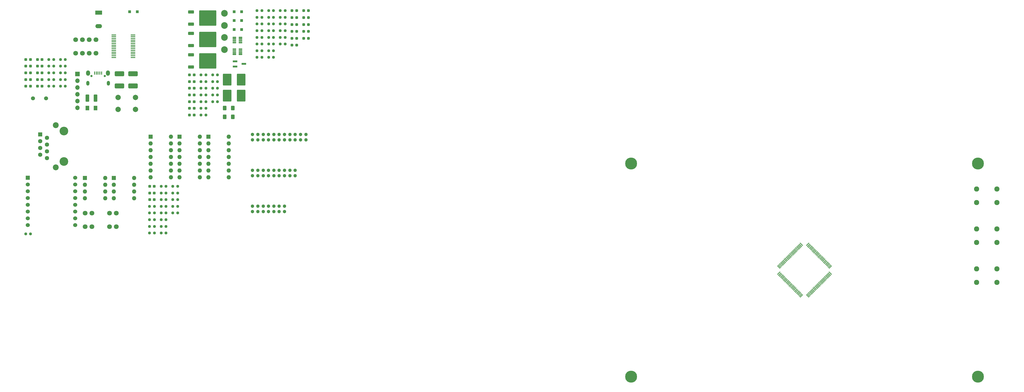
<source format=gbr>
%TF.GenerationSoftware,KiCad,Pcbnew,7.0.1*%
%TF.CreationDate,2023-09-18T22:16:33+09:00*%
%TF.ProjectId,LaunchController,4c61756e-6368-4436-9f6e-74726f6c6c65,rev?*%
%TF.SameCoordinates,Original*%
%TF.FileFunction,Soldermask,Top*%
%TF.FilePolarity,Negative*%
%FSLAX46Y46*%
G04 Gerber Fmt 4.6, Leading zero omitted, Abs format (unit mm)*
G04 Created by KiCad (PCBNEW 7.0.1) date 2023-09-18 22:16:33*
%MOMM*%
%LPD*%
G01*
G04 APERTURE LIST*
G04 Aperture macros list*
%AMRoundRect*
0 Rectangle with rounded corners*
0 $1 Rounding radius*
0 $2 $3 $4 $5 $6 $7 $8 $9 X,Y pos of 4 corners*
0 Add a 4 corners polygon primitive as box body*
4,1,4,$2,$3,$4,$5,$6,$7,$8,$9,$2,$3,0*
0 Add four circle primitives for the rounded corners*
1,1,$1+$1,$2,$3*
1,1,$1+$1,$4,$5*
1,1,$1+$1,$6,$7*
1,1,$1+$1,$8,$9*
0 Add four rect primitives between the rounded corners*
20,1,$1+$1,$2,$3,$4,$5,0*
20,1,$1+$1,$4,$5,$6,$7,0*
20,1,$1+$1,$6,$7,$8,$9,0*
20,1,$1+$1,$8,$9,$2,$3,0*%
G04 Aperture macros list end*
%ADD10C,4.500000*%
%ADD11RoundRect,0.237500X-0.300000X-0.237500X0.300000X-0.237500X0.300000X0.237500X-0.300000X0.237500X0*%
%ADD12RoundRect,0.237500X-0.250000X-0.237500X0.250000X-0.237500X0.250000X0.237500X-0.250000X0.237500X0*%
%ADD13C,2.500000*%
%ADD14R,1.800000X0.800000*%
%ADD15RoundRect,0.250000X-0.300000X-0.300000X0.300000X-0.300000X0.300000X0.300000X-0.300000X0.300000X0*%
%ADD16R,1.600000X1.600000*%
%ADD17O,1.600000X1.600000*%
%ADD18C,1.800000*%
%ADD19RoundRect,0.250001X-0.462499X-1.074999X0.462499X-1.074999X0.462499X1.074999X-0.462499X1.074999X0*%
%ADD20RoundRect,0.237500X-0.287500X-0.237500X0.287500X-0.237500X0.287500X0.237500X-0.287500X0.237500X0*%
%ADD21C,1.950000*%
%ADD22C,1.500000*%
%ADD23R,2.500000X1.500000*%
%ADD24O,2.500000X1.500000*%
%ADD25C,1.300000*%
%ADD26RoundRect,0.250000X-1.500000X-0.650000X1.500000X-0.650000X1.500000X0.650000X-1.500000X0.650000X0*%
%ADD27RoundRect,0.250000X-0.400000X-0.625000X0.400000X-0.625000X0.400000X0.625000X-0.400000X0.625000X0*%
%ADD28RoundRect,0.125000X-0.537500X-0.125000X0.537500X-0.125000X0.537500X0.125000X-0.537500X0.125000X0*%
%ADD29RoundRect,0.250000X-0.850000X-0.350000X0.850000X-0.350000X0.850000X0.350000X-0.850000X0.350000X0*%
%ADD30RoundRect,0.249997X-2.950003X-2.650003X2.950003X-2.650003X2.950003X2.650003X-2.950003X2.650003X0*%
%ADD31RoundRect,0.250000X-1.350000X-1.975000X1.350000X-1.975000X1.350000X1.975000X-1.350000X1.975000X0*%
%ADD32RoundRect,0.075000X0.415425X0.521491X-0.521491X-0.415425X-0.415425X-0.521491X0.521491X0.415425X0*%
%ADD33RoundRect,0.075000X-0.415425X0.521491X-0.521491X0.415425X0.415425X-0.521491X0.521491X-0.415425X0*%
%ADD34C,3.250000*%
%ADD35RoundRect,0.248000X0.552000X-0.552000X0.552000X0.552000X-0.552000X0.552000X-0.552000X-0.552000X0*%
%ADD36C,1.600000*%
%ADD37C,2.200000*%
%ADD38O,0.800000X0.800000*%
%ADD39R,0.450000X1.300000*%
%ADD40O,1.150000X1.800000*%
%ADD41O,1.450000X2.000000*%
%ADD42RoundRect,0.250001X-0.462499X-0.624999X0.462499X-0.624999X0.462499X0.624999X-0.462499X0.624999X0*%
%ADD43R,1.530000X1.530000*%
%ADD44C,1.530000*%
%ADD45R,1.750000X0.450000*%
%ADD46C,2.000000*%
%ADD47R,1.700000X1.700000*%
%ADD48O,1.700000X1.700000*%
G04 APERTURE END LIST*
D10*
%TO.C,REF\u002A\u002A*%
X140000000Y-90000000D03*
%TD*%
%TO.C,REF\u002A\u002A*%
X140000000Y-10000000D03*
%TD*%
%TO.C,REF\u002A\u002A*%
X10000000Y-90000000D03*
%TD*%
%TO.C,REF\u002A\u002A*%
X10000000Y-10000000D03*
%TD*%
D11*
%TO.C,C9*%
X-212652500Y24050000D03*
X-210927500Y24050000D03*
%TD*%
D12*
%TO.C,R7*%
X-204002500Y26560000D03*
X-202177500Y26560000D03*
%TD*%
D13*
%TO.C,TP2*%
X-142500000Y41850000D03*
%TD*%
D14*
%TO.C,Q3*%
X-138550000Y28350000D03*
X-138550000Y26450000D03*
X-135250000Y27400000D03*
%TD*%
D12*
%TO.C,R42*%
X-125962500Y29850000D03*
X-124137500Y29850000D03*
%TD*%
D11*
%TO.C,C10*%
X-212652500Y21540000D03*
X-210927500Y21540000D03*
%TD*%
D12*
%TO.C,R58*%
X-166262500Y-28570000D03*
X-164437500Y-28570000D03*
%TD*%
%TO.C,R36*%
X-125962500Y44910000D03*
X-124137500Y44910000D03*
%TD*%
D15*
%TO.C,D6*%
X-138855000Y40300000D03*
X-136055000Y40300000D03*
%TD*%
D16*
%TO.C,U8*%
X-183970000Y-15380000D03*
D17*
X-183970000Y-17920000D03*
X-183970000Y-20460000D03*
X-183970000Y-23000000D03*
X-176350000Y-23000000D03*
X-176350000Y-20460000D03*
X-176350000Y-17920000D03*
X-176350000Y-15380000D03*
%TD*%
D12*
%TO.C,R3*%
X-208352500Y24050000D03*
X-206527500Y24050000D03*
%TD*%
D13*
%TO.C,TP3*%
X-142500000Y37300000D03*
%TD*%
D18*
%TO.C,J12*%
X-183040000Y-28630000D03*
X-183040000Y-33710000D03*
X-185580000Y-28630000D03*
X-185580000Y-33710000D03*
%TD*%
D19*
%TO.C,L1*%
X-193877500Y14600000D03*
X-190902500Y14600000D03*
%TD*%
D12*
%TO.C,R23*%
X-146962500Y20760000D03*
X-145137500Y20760000D03*
%TD*%
D20*
%TO.C,D11*%
X-117180000Y37020000D03*
X-115430000Y37020000D03*
%TD*%
D12*
%TO.C,R53*%
X-170612500Y-36100000D03*
X-168787500Y-36100000D03*
%TD*%
%TO.C,R5*%
X-208352500Y19030000D03*
X-206527500Y19030000D03*
%TD*%
%TO.C,R62*%
X-161912500Y-18530000D03*
X-160087500Y-18530000D03*
%TD*%
D20*
%TO.C,D17*%
X-112785000Y37020000D03*
X-111035000Y37020000D03*
%TD*%
D12*
%TO.C,R28*%
X-130312500Y44910000D03*
X-128487500Y44910000D03*
%TD*%
D21*
%TO.C,J5*%
X139530000Y-39600000D03*
X147150000Y-39600000D03*
X139530000Y-34520000D03*
X147150000Y-34520000D03*
%TD*%
D12*
%TO.C,TH1*%
X-146962500Y13230000D03*
X-145137500Y13230000D03*
%TD*%
D11*
%TO.C,C12*%
X-155612500Y23270000D03*
X-153887500Y23270000D03*
%TD*%
D22*
%TO.C,Y1*%
X-214290000Y14450000D03*
X-209410000Y14450000D03*
%TD*%
D11*
%TO.C,C3*%
X-217002500Y24050000D03*
X-215277500Y24050000D03*
%TD*%
D12*
%TO.C,R45*%
X-121612500Y42400000D03*
X-119787500Y42400000D03*
%TD*%
D20*
%TO.C,D7*%
X-117180000Y47380000D03*
X-115430000Y47380000D03*
%TD*%
D23*
%TO.C,C4*%
X-189690000Y46615000D03*
D24*
X-189690000Y41615000D03*
%TD*%
D12*
%TO.C,R33*%
X-130312500Y32360000D03*
X-128487500Y32360000D03*
%TD*%
%TO.C,R19*%
X-151312500Y13230000D03*
X-149487500Y13230000D03*
%TD*%
D20*
%TO.C,D8*%
X-117180000Y44790000D03*
X-115430000Y44790000D03*
%TD*%
D18*
%TO.C,J10*%
X-192230000Y-28630000D03*
X-192230000Y-33710000D03*
X-194770000Y-28630000D03*
X-194770000Y-33710000D03*
%TD*%
D12*
%TO.C,R40*%
X-125962500Y34870000D03*
X-124137500Y34870000D03*
%TD*%
%TO.C,R9*%
X-204002500Y21540000D03*
X-202177500Y21540000D03*
%TD*%
%TO.C,R1*%
X-208352500Y29070000D03*
X-206527500Y29070000D03*
%TD*%
%TO.C,R49*%
X-170612500Y-26060000D03*
X-168787500Y-26060000D03*
%TD*%
%TO.C,R10*%
X-204002500Y19030000D03*
X-202177500Y19030000D03*
%TD*%
%TO.C,R32*%
X-130312500Y34870000D03*
X-128487500Y34870000D03*
%TD*%
%TO.C,R39*%
X-125962500Y37380000D03*
X-124137500Y37380000D03*
%TD*%
D25*
%TO.C,J8*%
X-132000000Y900000D03*
X-132000000Y-1100000D03*
X-130000000Y900000D03*
X-130000000Y-1100000D03*
X-128000000Y900000D03*
X-128000000Y-1100000D03*
X-126000000Y900000D03*
X-126000000Y-1100000D03*
X-124000000Y900000D03*
X-124000000Y-1100000D03*
X-122000000Y900000D03*
X-122000000Y-1100000D03*
X-120000000Y900000D03*
X-120000000Y-1100000D03*
X-118000000Y900000D03*
X-118000000Y-1100000D03*
X-116000000Y900000D03*
X-116000000Y-1100000D03*
X-114000000Y900000D03*
X-114000000Y-1100000D03*
X-112000000Y900000D03*
X-112000000Y-1100000D03*
%TD*%
D12*
%TO.C,R65*%
X-161912500Y-26060000D03*
X-160087500Y-26060000D03*
%TD*%
%TO.C,R2*%
X-208352500Y26560000D03*
X-206527500Y26560000D03*
%TD*%
D20*
%TO.C,D13*%
X-112785000Y47380000D03*
X-111035000Y47380000D03*
%TD*%
D11*
%TO.C,C21*%
X-170562500Y-23550000D03*
X-168837500Y-23550000D03*
%TD*%
D16*
%TO.C,U9*%
X-170250000Y50000D03*
D17*
X-170250000Y-2490000D03*
X-170250000Y-5030000D03*
X-170250000Y-7570000D03*
X-170250000Y-10110000D03*
X-170250000Y-12650000D03*
X-170250000Y-15190000D03*
X-162630000Y-15190000D03*
X-162630000Y-12650000D03*
X-162630000Y-10110000D03*
X-162630000Y-7570000D03*
X-162630000Y-5030000D03*
X-162630000Y-2490000D03*
X-162630000Y50000D03*
%TD*%
D26*
%TO.C,D2*%
X-181855000Y23670000D03*
X-176855000Y23670000D03*
%TD*%
D16*
%TO.C,U11*%
X-148550000Y50000D03*
D17*
X-148550000Y-2490000D03*
X-148550000Y-5030000D03*
X-148550000Y-7570000D03*
X-148550000Y-10110000D03*
X-148550000Y-12650000D03*
X-148550000Y-15190000D03*
X-140930000Y-15190000D03*
X-140930000Y-12650000D03*
X-140930000Y-10110000D03*
X-140930000Y-7570000D03*
X-140930000Y-5030000D03*
X-140930000Y-2490000D03*
X-140930000Y50000D03*
%TD*%
D16*
%TO.C,U10*%
X-159400000Y50000D03*
D17*
X-159400000Y-2490000D03*
X-159400000Y-5030000D03*
X-159400000Y-7570000D03*
X-159400000Y-10110000D03*
X-159400000Y-12650000D03*
X-159400000Y-15190000D03*
X-151780000Y-15190000D03*
X-151780000Y-12650000D03*
X-151780000Y-10110000D03*
X-151780000Y-7570000D03*
X-151780000Y-5030000D03*
X-151780000Y-2490000D03*
X-151780000Y50000D03*
%TD*%
D12*
%TO.C,R14*%
X-151312500Y23270000D03*
X-149487500Y23270000D03*
%TD*%
%TO.C,R34*%
X-130312500Y29850000D03*
X-128487500Y29850000D03*
%TD*%
%TO.C,R54*%
X-166262500Y-18530000D03*
X-164437500Y-18530000D03*
%TD*%
%TO.C,R51*%
X-170612500Y-31080000D03*
X-168787500Y-31080000D03*
%TD*%
%TO.C,R59*%
X-166262500Y-31080000D03*
X-164437500Y-31080000D03*
%TD*%
D11*
%TO.C,C8*%
X-212652500Y26560000D03*
X-210927500Y26560000D03*
%TD*%
D12*
%TO.C,R8*%
X-204002500Y24050000D03*
X-202177500Y24050000D03*
%TD*%
D26*
%TO.C,D3*%
X-181855000Y19120000D03*
X-176855000Y19120000D03*
%TD*%
D27*
%TO.C,R11*%
X-142450000Y10860000D03*
X-139350000Y10860000D03*
%TD*%
D12*
%TO.C,R50*%
X-170612500Y-28570000D03*
X-168787500Y-28570000D03*
%TD*%
%TO.C,R26*%
X-217052500Y-36430000D03*
X-215227500Y-36430000D03*
%TD*%
D11*
%TO.C,C1*%
X-217002500Y29070000D03*
X-215277500Y29070000D03*
%TD*%
D12*
%TO.C,R17*%
X-151312500Y15740000D03*
X-149487500Y15740000D03*
%TD*%
%TO.C,R41*%
X-125962500Y32360000D03*
X-124137500Y32360000D03*
%TD*%
%TO.C,R48*%
X-121612500Y34870000D03*
X-119787500Y34870000D03*
%TD*%
D28*
%TO.C,U5*%
X-138787500Y32925000D03*
X-138787500Y32275000D03*
X-138787500Y31625000D03*
X-138787500Y30975000D03*
X-136512500Y30975000D03*
X-136512500Y31625000D03*
X-136512500Y32275000D03*
X-136512500Y32925000D03*
%TD*%
D12*
%TO.C,R4*%
X-208352500Y21540000D03*
X-206527500Y21540000D03*
%TD*%
%TO.C,R64*%
X-161912500Y-23550000D03*
X-160087500Y-23550000D03*
%TD*%
D29*
%TO.C,Q1*%
X-155050000Y46930000D03*
D30*
X-148750000Y44650000D03*
D29*
X-155050000Y42370000D03*
%TD*%
D12*
%TO.C,R15*%
X-151312500Y20760000D03*
X-149487500Y20760000D03*
%TD*%
%TO.C,R16*%
X-151312500Y18250000D03*
X-149487500Y18250000D03*
%TD*%
D11*
%TO.C,C7*%
X-212652500Y29070000D03*
X-210927500Y29070000D03*
%TD*%
D16*
%TO.C,U7*%
X-194820000Y-15380000D03*
D17*
X-194820000Y-17920000D03*
X-194820000Y-20460000D03*
X-194820000Y-23000000D03*
X-187200000Y-23000000D03*
X-187200000Y-20460000D03*
X-187200000Y-17920000D03*
X-187200000Y-15380000D03*
%TD*%
D11*
%TO.C,C14*%
X-155612500Y18250000D03*
X-153887500Y18250000D03*
%TD*%
D18*
%TO.C,J2*%
X-190670000Y36520000D03*
X-190670000Y31440000D03*
X-193210000Y36520000D03*
X-193210000Y31440000D03*
X-195750000Y36520000D03*
X-195750000Y31440000D03*
X-198290000Y36520000D03*
X-198290000Y31440000D03*
%TD*%
D20*
%TO.C,D10*%
X-117180000Y39610000D03*
X-115430000Y39610000D03*
%TD*%
D12*
%TO.C,R6*%
X-204002500Y29070000D03*
X-202177500Y29070000D03*
%TD*%
D15*
%TO.C,D4*%
X-138855000Y47000000D03*
X-136055000Y47000000D03*
%TD*%
D28*
%TO.C,U4*%
X-138787500Y37375000D03*
X-138787500Y36725000D03*
X-138787500Y36075000D03*
X-138787500Y35425000D03*
X-136512500Y35425000D03*
X-136512500Y36075000D03*
X-136512500Y36725000D03*
X-136512500Y37375000D03*
%TD*%
D12*
%TO.C,R66*%
X-161912500Y-28570000D03*
X-160087500Y-28570000D03*
%TD*%
D31*
%TO.C,R18*%
X-141500000Y15510000D03*
X-136300000Y15510000D03*
%TD*%
D12*
%TO.C,R47*%
X-121612500Y37380000D03*
X-119787500Y37380000D03*
%TD*%
D32*
%TO.C,U2*%
X84660846Y-48824435D03*
X84307293Y-48470882D03*
X83953740Y-48117328D03*
X83600186Y-47763775D03*
X83246633Y-47410221D03*
X82893079Y-47056668D03*
X82539526Y-46703115D03*
X82185973Y-46349561D03*
X81832419Y-45996008D03*
X81478866Y-45642454D03*
X81125312Y-45288901D03*
X80771759Y-44935348D03*
X80418206Y-44581794D03*
X80064652Y-44228241D03*
X79711099Y-43874688D03*
X79357546Y-43521134D03*
X79003992Y-43167581D03*
X78650439Y-42814027D03*
X78296885Y-42460474D03*
X77943332Y-42106921D03*
X77589779Y-41753367D03*
X77236225Y-41399814D03*
X76882672Y-41046260D03*
X76529118Y-40692707D03*
X76175565Y-40339154D03*
D33*
X73824435Y-40339154D03*
X73470882Y-40692707D03*
X73117328Y-41046260D03*
X72763775Y-41399814D03*
X72410221Y-41753367D03*
X72056668Y-42106921D03*
X71703115Y-42460474D03*
X71349561Y-42814027D03*
X70996008Y-43167581D03*
X70642454Y-43521134D03*
X70288901Y-43874688D03*
X69935348Y-44228241D03*
X69581794Y-44581794D03*
X69228241Y-44935348D03*
X68874688Y-45288901D03*
X68521134Y-45642454D03*
X68167581Y-45996008D03*
X67814027Y-46349561D03*
X67460474Y-46703115D03*
X67106921Y-47056668D03*
X66753367Y-47410221D03*
X66399814Y-47763775D03*
X66046260Y-48117328D03*
X65692707Y-48470882D03*
X65339154Y-48824435D03*
D32*
X65339154Y-51175565D03*
X65692707Y-51529118D03*
X66046260Y-51882672D03*
X66399814Y-52236225D03*
X66753367Y-52589779D03*
X67106921Y-52943332D03*
X67460474Y-53296885D03*
X67814027Y-53650439D03*
X68167581Y-54003992D03*
X68521134Y-54357546D03*
X68874688Y-54711099D03*
X69228241Y-55064652D03*
X69581794Y-55418206D03*
X69935348Y-55771759D03*
X70288901Y-56125312D03*
X70642454Y-56478866D03*
X70996008Y-56832419D03*
X71349561Y-57185973D03*
X71703115Y-57539526D03*
X72056668Y-57893079D03*
X72410221Y-58246633D03*
X72763775Y-58600186D03*
X73117328Y-58953740D03*
X73470882Y-59307293D03*
X73824435Y-59660846D03*
D33*
X76175565Y-59660846D03*
X76529118Y-59307293D03*
X76882672Y-58953740D03*
X77236225Y-58600186D03*
X77589779Y-58246633D03*
X77943332Y-57893079D03*
X78296885Y-57539526D03*
X78650439Y-57185973D03*
X79003992Y-56832419D03*
X79357546Y-56478866D03*
X79711099Y-56125312D03*
X80064652Y-55771759D03*
X80418206Y-55418206D03*
X80771759Y-55064652D03*
X81125312Y-54711099D03*
X81478866Y-54357546D03*
X81832419Y-54003992D03*
X82185973Y-53650439D03*
X82539526Y-53296885D03*
X82893079Y-52943332D03*
X83246633Y-52589779D03*
X83600186Y-52236225D03*
X83953740Y-51882672D03*
X84307293Y-51529118D03*
X84660846Y-51175565D03*
%TD*%
D11*
%TO.C,C5*%
X-217002500Y21540000D03*
X-215277500Y21540000D03*
%TD*%
D20*
%TO.C,D9*%
X-117180000Y42200000D03*
X-115430000Y42200000D03*
%TD*%
D25*
%TO.C,J7*%
X-132000000Y-26000000D03*
X-132000000Y-28000000D03*
X-130000000Y-26000000D03*
X-130000000Y-28000000D03*
X-128000000Y-26000000D03*
X-128000000Y-28000000D03*
X-126000000Y-26000000D03*
X-126000000Y-28000000D03*
X-124000000Y-26000000D03*
X-124000000Y-28000000D03*
X-122000000Y-26000000D03*
X-122000000Y-28000000D03*
X-120000000Y-26000000D03*
X-120000000Y-28000000D03*
%TD*%
D34*
%TO.C,J11*%
X-202710000Y2210000D03*
X-202710000Y-9220000D03*
D35*
X-211600000Y940000D03*
D36*
X-209060000Y-330000D03*
X-211600000Y-1600000D03*
X-209060000Y-2870000D03*
X-211600000Y-4140000D03*
X-209060000Y-5410000D03*
X-211600000Y-6680000D03*
X-209060000Y-7950000D03*
D37*
X-205760000Y4395000D03*
X-205760000Y-11405000D03*
%TD*%
D20*
%TO.C,D16*%
X-112785000Y39610000D03*
X-111035000Y39610000D03*
%TD*%
D29*
%TO.C,U3*%
X-155050000Y30830000D03*
D30*
X-148750000Y28550000D03*
D29*
X-155050000Y26270000D03*
%TD*%
D12*
%TO.C,R30*%
X-130312500Y39890000D03*
X-128487500Y39890000D03*
%TD*%
D21*
%TO.C,J6*%
X139530000Y-54600000D03*
X147150000Y-54600000D03*
X139530000Y-49520000D03*
X147150000Y-49520000D03*
%TD*%
D20*
%TO.C,D12*%
X-117180000Y34430000D03*
X-115430000Y34430000D03*
%TD*%
D12*
%TO.C,R60*%
X-166262500Y-33590000D03*
X-164437500Y-33590000D03*
%TD*%
D31*
%TO.C,R13*%
X-141500000Y21520000D03*
X-136300000Y21520000D03*
%TD*%
D20*
%TO.C,D14*%
X-112785000Y44790000D03*
X-111035000Y44790000D03*
%TD*%
D38*
%TO.C,J3*%
X-192400000Y22880000D03*
X-187400000Y22880000D03*
D39*
X-191200000Y23980000D03*
X-190550000Y23980000D03*
X-189900000Y23980000D03*
X-189250000Y23980000D03*
X-188600000Y23980000D03*
D40*
X-193775000Y20130000D03*
D41*
X-193625000Y23930000D03*
X-186175000Y23930000D03*
D40*
X-186025000Y20130000D03*
%TD*%
D12*
%TO.C,R29*%
X-130312500Y42400000D03*
X-128487500Y42400000D03*
%TD*%
D15*
%TO.C,D1*%
X-178045000Y47000000D03*
X-175245000Y47000000D03*
%TD*%
D12*
%TO.C,R55*%
X-166262500Y-21040000D03*
X-164437500Y-21040000D03*
%TD*%
D11*
%TO.C,C16*%
X-155612500Y13230000D03*
X-153887500Y13230000D03*
%TD*%
D12*
%TO.C,R27*%
X-130312500Y47420000D03*
X-128487500Y47420000D03*
%TD*%
D42*
%TO.C,F1*%
X-193877500Y10850000D03*
X-190902500Y10850000D03*
%TD*%
D12*
%TO.C,R56*%
X-166262500Y-23550000D03*
X-164437500Y-23550000D03*
%TD*%
%TO.C,R37*%
X-125962500Y42400000D03*
X-124137500Y42400000D03*
%TD*%
%TO.C,R38*%
X-125962500Y39890000D03*
X-124137500Y39890000D03*
%TD*%
D43*
%TO.C,U6*%
X-216270000Y-15350000D03*
D44*
X-216270000Y-17890000D03*
X-216270000Y-20430000D03*
X-216270000Y-22970000D03*
X-216270000Y-25510000D03*
X-216270000Y-28050000D03*
X-216270000Y-30590000D03*
X-216270000Y-33130000D03*
X-198490000Y-15350000D03*
X-198490000Y-17890000D03*
X-198490000Y-20430000D03*
X-198490000Y-22970000D03*
X-198490000Y-25510000D03*
X-198490000Y-28050000D03*
X-198490000Y-30590000D03*
X-198490000Y-33130000D03*
%TD*%
D12*
%TO.C,R61*%
X-166262500Y-36100000D03*
X-164437500Y-36100000D03*
%TD*%
D45*
%TO.C,U1*%
X-184020000Y38295000D03*
X-184020000Y37645000D03*
X-184020000Y36995000D03*
X-184020000Y36345000D03*
X-184020000Y35695000D03*
X-184020000Y35045000D03*
X-184020000Y34395000D03*
X-184020000Y33745000D03*
X-184020000Y33095000D03*
X-184020000Y32445000D03*
X-184020000Y31795000D03*
X-184020000Y31145000D03*
X-184020000Y30495000D03*
X-184020000Y29845000D03*
X-176820000Y29845000D03*
X-176820000Y30495000D03*
X-176820000Y31145000D03*
X-176820000Y31795000D03*
X-176820000Y32445000D03*
X-176820000Y33095000D03*
X-176820000Y33745000D03*
X-176820000Y34395000D03*
X-176820000Y35045000D03*
X-176820000Y35695000D03*
X-176820000Y36345000D03*
X-176820000Y36995000D03*
X-176820000Y37645000D03*
X-176820000Y38295000D03*
%TD*%
D12*
%TO.C,R21*%
X-151312500Y8210000D03*
X-149487500Y8210000D03*
%TD*%
%TO.C,R46*%
X-121612500Y39890000D03*
X-119787500Y39890000D03*
%TD*%
D11*
%TO.C,C6*%
X-217002500Y19030000D03*
X-215277500Y19030000D03*
%TD*%
D46*
%TO.C,SW1*%
X-182400000Y14820000D03*
X-175900000Y14820000D03*
X-182400000Y10320000D03*
X-175900000Y10320000D03*
%TD*%
D11*
%TO.C,C11*%
X-212652500Y19030000D03*
X-210927500Y19030000D03*
%TD*%
%TO.C,C20*%
X-170562500Y-21040000D03*
X-168837500Y-21040000D03*
%TD*%
%TO.C,C18*%
X-155612500Y8210000D03*
X-153887500Y8210000D03*
%TD*%
%TO.C,C2*%
X-217002500Y26560000D03*
X-215277500Y26560000D03*
%TD*%
D21*
%TO.C,J4*%
X139530000Y-24600000D03*
X147150000Y-24600000D03*
X139530000Y-19520000D03*
X147150000Y-19520000D03*
%TD*%
D47*
%TO.C,J1*%
X-197640000Y23620000D03*
D48*
X-197640000Y21080000D03*
X-197640000Y18540000D03*
X-197640000Y16000000D03*
X-197640000Y13460000D03*
X-197640000Y10920000D03*
%TD*%
D12*
%TO.C,R43*%
X-121612500Y47420000D03*
X-119787500Y47420000D03*
%TD*%
D29*
%TO.C,Q2*%
X-155050000Y38880000D03*
D30*
X-148750000Y36600000D03*
D29*
X-155050000Y34320000D03*
%TD*%
D13*
%TO.C,TP1*%
X-142500000Y46400000D03*
%TD*%
D12*
%TO.C,R57*%
X-166262500Y-26060000D03*
X-164437500Y-26060000D03*
%TD*%
%TO.C,R20*%
X-151312500Y10720000D03*
X-149487500Y10720000D03*
%TD*%
D27*
%TO.C,R12*%
X-142450000Y7570000D03*
X-139350000Y7570000D03*
%TD*%
D12*
%TO.C,R35*%
X-125962500Y47420000D03*
X-124137500Y47420000D03*
%TD*%
D15*
%TO.C,D5*%
X-138855000Y43650000D03*
X-136055000Y43650000D03*
%TD*%
D12*
%TO.C,R52*%
X-170612500Y-33590000D03*
X-168787500Y-33590000D03*
%TD*%
%TO.C,R44*%
X-121612500Y44910000D03*
X-119787500Y44910000D03*
%TD*%
%TO.C,R22*%
X-146962500Y23270000D03*
X-145137500Y23270000D03*
%TD*%
%TO.C,R63*%
X-161912500Y-21040000D03*
X-160087500Y-21040000D03*
%TD*%
%TO.C,R25*%
X-146962500Y15740000D03*
X-145137500Y15740000D03*
%TD*%
%TO.C,R31*%
X-130312500Y37380000D03*
X-128487500Y37380000D03*
%TD*%
D13*
%TO.C,TP4*%
X-142500000Y32750000D03*
%TD*%
D11*
%TO.C,C15*%
X-155612500Y15740000D03*
X-153887500Y15740000D03*
%TD*%
%TO.C,C13*%
X-155612500Y20760000D03*
X-153887500Y20760000D03*
%TD*%
D20*
%TO.C,D15*%
X-112785000Y42200000D03*
X-111035000Y42200000D03*
%TD*%
D25*
%TO.C,J9*%
X-132000000Y-12550000D03*
X-132000000Y-14550000D03*
X-130000000Y-12550000D03*
X-130000000Y-14550000D03*
X-128000000Y-12550000D03*
X-128000000Y-14550000D03*
X-126000000Y-12550000D03*
X-126000000Y-14550000D03*
X-124000000Y-12550000D03*
X-124000000Y-14550000D03*
X-122000000Y-12550000D03*
X-122000000Y-14550000D03*
X-120000000Y-12550000D03*
X-120000000Y-14550000D03*
X-118000000Y-12550000D03*
X-118000000Y-14550000D03*
X-116000000Y-12550000D03*
X-116000000Y-14550000D03*
%TD*%
D11*
%TO.C,C19*%
X-170562500Y-18530000D03*
X-168837500Y-18530000D03*
%TD*%
D12*
%TO.C,R24*%
X-146962500Y18250000D03*
X-145137500Y18250000D03*
%TD*%
D11*
%TO.C,C17*%
X-155612500Y10720000D03*
X-153887500Y10720000D03*
%TD*%
M02*

</source>
